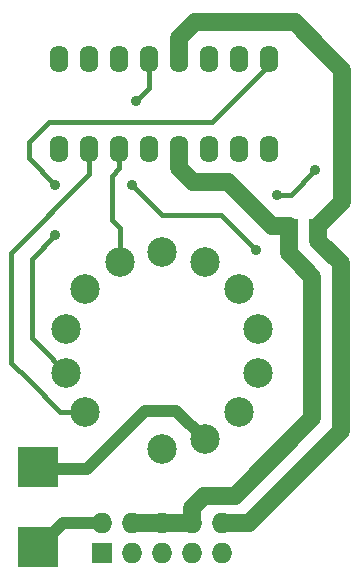
<source format=gbl>
G04 #@! TF.GenerationSoftware,KiCad,Pcbnew,no-vcs-found-7406~56~ubuntu16.10.1*
G04 #@! TF.CreationDate,2016-12-22T10:55:13+01:00*
G04 #@! TF.ProjectId,nixie-module,6E697869652D6D6F64756C652E6B6963,rev?*
G04 #@! TF.FileFunction,Copper,L2,Bot,Signal*
G04 #@! TF.FilePolarity,Positive*
%FSLAX46Y46*%
G04 Gerber Fmt 4.6, Leading zero omitted, Abs format (unit mm)*
G04 Created by KiCad (PCBNEW no-vcs-found-7406~56~ubuntu16.10.1) date Thu Dec 22 10:55:13 2016*
%MOMM*%
%LPD*%
G01*
G04 APERTURE LIST*
%ADD10C,0.100000*%
%ADD11R,1.727200X1.727200*%
%ADD12O,1.727200X1.727200*%
%ADD13O,1.600000X2.300000*%
%ADD14R,3.500000X3.500000*%
%ADD15C,2.500000*%
%ADD16R,1.500000X1.250000*%
%ADD17C,0.889000*%
%ADD18C,1.524000*%
%ADD19C,0.381000*%
%ADD20C,1.016000*%
%ADD21C,0.508000*%
G04 APERTURE END LIST*
D10*
D11*
X141732000Y-120904000D03*
D12*
X141732000Y-118364000D03*
X144272000Y-120904000D03*
X144272000Y-118364000D03*
X146812000Y-120904000D03*
X146812000Y-118364000D03*
X149352000Y-120904000D03*
X149352000Y-118364000D03*
X151892000Y-120904000D03*
X151892000Y-118364000D03*
D13*
X138079480Y-79070200D03*
X140619480Y-79070200D03*
X143159480Y-79070200D03*
X145699480Y-79070200D03*
X148239480Y-79070200D03*
X150779480Y-79070200D03*
X153319480Y-79070200D03*
X155859480Y-79070200D03*
X155859480Y-86690200D03*
X153319480Y-86690200D03*
X150779480Y-86690200D03*
X148239480Y-86690200D03*
X145699480Y-86690200D03*
X143159480Y-86690200D03*
X140619480Y-86690200D03*
X138079480Y-86690200D03*
D14*
X136311640Y-120436640D03*
X136311640Y-113629440D03*
D15*
X140271680Y-108964240D03*
X138671680Y-105624240D03*
X138671680Y-101914240D03*
X140281680Y-98574240D03*
X143181680Y-96264240D03*
X146791680Y-95444240D03*
X150411680Y-96274240D03*
X153301680Y-98584240D03*
X154911680Y-105634240D03*
X154911680Y-101914240D03*
X153301680Y-108964240D03*
X150401680Y-111284240D03*
X146791680Y-112104240D03*
D16*
X160000000Y-93218000D03*
X157500000Y-93218000D03*
D17*
X137750000Y-94000000D03*
X137750000Y-89750000D03*
X144250000Y-89750000D03*
X154750000Y-95250000D03*
X156524960Y-90581480D03*
X159750000Y-88500000D03*
X144551400Y-82661760D03*
D18*
X161925000Y-96393000D02*
X161925000Y-110575000D01*
X160000000Y-94468000D02*
X161925000Y-96393000D01*
X160000000Y-93218000D02*
X160000000Y-94468000D01*
X154136000Y-118364000D02*
X151892000Y-118364000D01*
X161925000Y-110575000D02*
X154136000Y-118364000D01*
X162000000Y-90500000D02*
X162000000Y-91218000D01*
X160401320Y-78374560D02*
X157998160Y-75971400D01*
X157998160Y-75971400D02*
X149600920Y-75971400D01*
X149600920Y-75971400D02*
X148239480Y-77332840D01*
X148239480Y-79070200D02*
X148239480Y-77332840D01*
X162000000Y-79973240D02*
X160401320Y-78374560D01*
X162000000Y-90500000D02*
X162000000Y-79973240D01*
X162000000Y-91218000D02*
X160000000Y-93218000D01*
X150368000Y-116078000D02*
X152922000Y-116078000D01*
X149352000Y-118364000D02*
X149352000Y-117094000D01*
X149352000Y-117094000D02*
X150368000Y-116078000D01*
X159500000Y-109500000D02*
X159500000Y-97524000D01*
X152922000Y-116078000D02*
X159500000Y-109500000D01*
X158272798Y-96296798D02*
X157500000Y-95524000D01*
X159500000Y-97524000D02*
X158272798Y-96296798D01*
X157500000Y-93218000D02*
X157500000Y-95524000D01*
X159512000Y-97536000D02*
X159500000Y-97524000D01*
X146812000Y-118364000D02*
X149352000Y-118364000D01*
X144272000Y-118364000D02*
X146812000Y-118364000D01*
X151511000Y-89489280D02*
X152354280Y-89489280D01*
X152354280Y-89489280D02*
X156083000Y-93218000D01*
X156083000Y-93218000D02*
X157500000Y-93218000D01*
X149382480Y-89489280D02*
X151511000Y-89489280D01*
X151511000Y-89489280D02*
X152239280Y-89489280D01*
X149382480Y-89489280D02*
X148239480Y-88346280D01*
X148239480Y-86690200D02*
X148239480Y-88346280D01*
D19*
X133973452Y-95500777D02*
X140619480Y-88854749D01*
X140619480Y-88854749D02*
X140619480Y-86690200D01*
X135473440Y-106293920D02*
X133974840Y-104795320D01*
X138143760Y-108964240D02*
X140271680Y-108964240D01*
X138143760Y-108964240D02*
X135473440Y-106293920D01*
X133974840Y-97977960D02*
X133973452Y-95500777D01*
X133973452Y-95500777D02*
X133973440Y-95479360D01*
X133974840Y-104795320D02*
X133974840Y-97977960D01*
X140619480Y-86690200D02*
X140619480Y-87553800D01*
X135773720Y-98250000D02*
X135773720Y-95976280D01*
X135483600Y-87483600D02*
X137750000Y-89750000D01*
X137215880Y-84409280D02*
X135483600Y-86141560D01*
X151048720Y-84409280D02*
X137215880Y-84409280D01*
X151048720Y-84409280D02*
X155859480Y-79598520D01*
X135483600Y-86141560D02*
X135483600Y-87483600D01*
X135773720Y-95976280D02*
X137750000Y-94000000D01*
X135773720Y-102726280D02*
X136509760Y-103462320D01*
X138671680Y-105624240D02*
X136509760Y-103462320D01*
X135773720Y-102726280D02*
X135773720Y-98250000D01*
X135773720Y-98250000D02*
X135773720Y-98226280D01*
X138671680Y-105624240D02*
X138425800Y-105624240D01*
X155859480Y-79070200D02*
X155859480Y-79598520D01*
X148250001Y-92247855D02*
X146747855Y-92247855D01*
X146747855Y-92247855D02*
X144250000Y-89750000D01*
X151749866Y-92249735D02*
X148250001Y-92247855D01*
X148250001Y-92247855D02*
X147997720Y-92247720D01*
X154750000Y-95250000D02*
X151749866Y-92249735D01*
X142500000Y-89000000D02*
X142500000Y-92750000D01*
X143159480Y-86690200D02*
X143159480Y-88340520D01*
X142500000Y-89000000D02*
X143159480Y-88340520D01*
X143181680Y-93431680D02*
X143181680Y-96264240D01*
X142500000Y-92750000D02*
X143181680Y-93431680D01*
X156524960Y-90581480D02*
X157668520Y-90581480D01*
X157668520Y-90581480D02*
X159750000Y-88500000D01*
D20*
X140426440Y-113756440D02*
X145303240Y-108879640D01*
X137652760Y-113756440D02*
X140426440Y-113756440D01*
X145303240Y-108879640D02*
X147997080Y-108879640D01*
X147997080Y-108879640D02*
X150401680Y-111284240D01*
D21*
X137652760Y-113756440D02*
X139207240Y-113756440D01*
D19*
X144551400Y-82661760D02*
X145699480Y-81513680D01*
X145699480Y-79070200D02*
X145699480Y-81513680D01*
D20*
X141732000Y-118364000D02*
X138384280Y-118364000D01*
X138384280Y-118364000D02*
X136311640Y-120436640D01*
X137429240Y-121554240D02*
X136311640Y-120436640D01*
M02*

</source>
